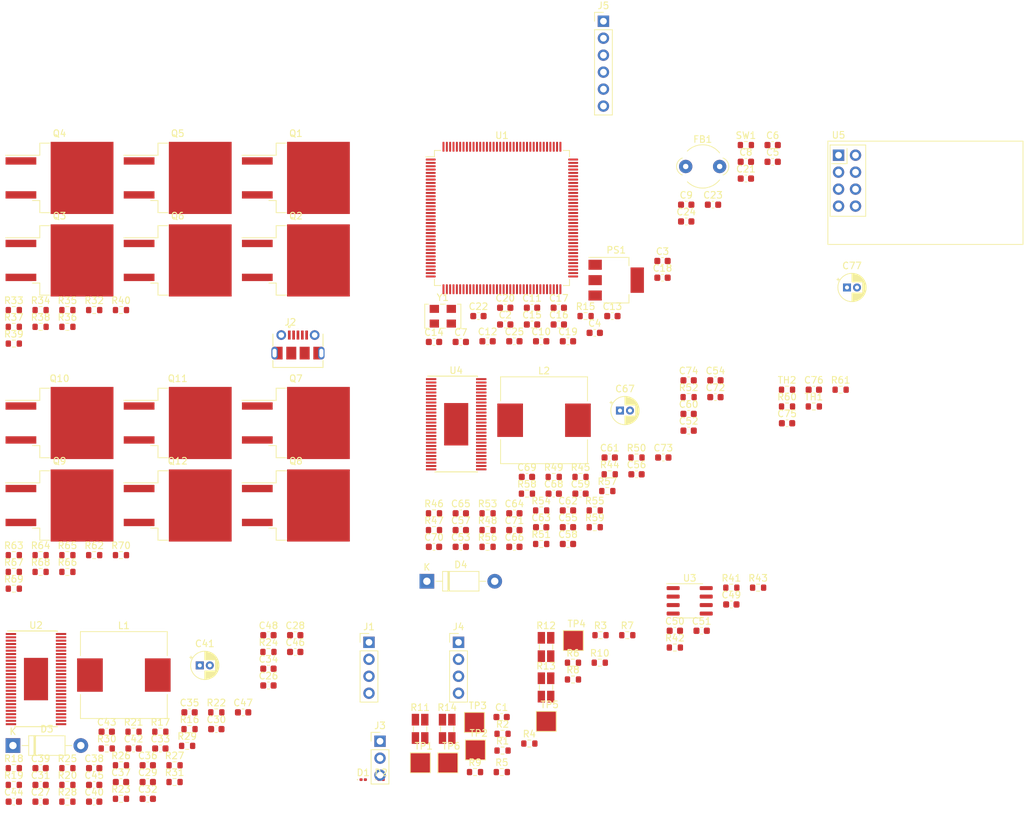
<source format=kicad_pcb>
(kicad_pcb (version 20211014) (generator pcbnew)
  (layers (0 "F.Cu" signal) (31 "B.Cu" signal) (34 "B.Paste" user) (35 "F.Paste" user) (36 "B.SilkS" user "B.Silkscreen") (37 "F.SilkS" user "F.Silkscreen") (38 "B.Mask" user) (39 "F.Mask" user) (44 "Edge.Cuts" user))
  (net 0 "")
  (net 1 "/MCU (STM32F407ZGT6)/SERVO")
  (net 2 "GND")
  (net 3 "NRST")
  (net 4 "+5V")
  (net 5 "/MCU (STM32F407ZGT6)/HSE_IN")
  (net 6 "/MCU (STM32F407ZGT6)/HSE_OUT")
  (net 7 "Net-(C6-Pad1)")
  (net 8 "+3.3V")
  (net 9 "+3.3VA")
  (net 10 "/Motor Driver A (DRV8301)/COMP")
  (net 11 "/Motor Driver A (DRV8301)/GVDD")
  (net 12 "/Motor Driver A (DRV8301)/DVDD")
  (net 13 "Net-(C29-Pad2)")
  (net 14 "Net-(C30-Pad1)")
  (net 15 "Net-(C30-Pad2)")
  (net 16 "/Motor Driver A (DRV8301)/AVDD")
  (net 17 "V_SUPPLY")
  (net 18 "Net-(C33-Pad1)")
  (net 19 "Net-(C33-Pad2)")
  (net 20 "Net-(C34-Pad1)")
  (net 21 "/Motor Driver A (DRV8301)/H1_VS")
  (net 22 "Net-(C35-Pad1)")
  (net 23 "/Motor Driver A (DRV8301)/H2_VS")
  (net 24 "Net-(C36-Pad1)")
  (net 25 "/Motor Driver A (DRV8301)/H3_VS")
  (net 26 "Net-(C40-Pad1)")
  (net 27 "Net-(C40-Pad2)")
  (net 28 "Net-(C43-Pad1)")
  (net 29 "Net-(C43-Pad2)")
  (net 30 "Net-(C49-Pad2)")
  (net 31 "/Motor Driver B (DRV8301)/COMP")
  (net 32 "/Motor Driver B (DRV8301)/GVDD")
  (net 33 "/Motor Driver B (DRV8301)/DVDD")
  (net 34 "Net-(C55-Pad2)")
  (net 35 "Net-(C56-Pad1)")
  (net 36 "Net-(C56-Pad2)")
  (net 37 "/Motor Driver B (DRV8301)/AVDD")
  (net 38 "Net-(C59-Pad1)")
  (net 39 "Net-(C59-Pad2)")
  (net 40 "Net-(C60-Pad1)")
  (net 41 "/Motor Driver B (DRV8301)/H1_VS")
  (net 42 "Net-(C61-Pad1)")
  (net 43 "/Motor Driver B (DRV8301)/H2_VS")
  (net 44 "Net-(C62-Pad1)")
  (net 45 "/Motor Driver B (DRV8301)/H3_VS")
  (net 46 "Net-(C66-Pad1)")
  (net 47 "Net-(C66-Pad2)")
  (net 48 "Net-(C69-Pad1)")
  (net 49 "Net-(C69-Pad2)")
  (net 50 "/MCU (STM32F407ZGT6)/TEMP_A")
  (net 51 "/MCU (STM32F407ZGT6)/TEMP_B")
  (net 52 "Net-(D1-Pad2)")
  (net 53 "Net-(D2-Pad2)")
  (net 54 "/CANH")
  (net 55 "/CANL")
  (net 56 "Net-(J3-Pad1)")
  (net 57 "Net-(J4-Pad2)")
  (net 58 "Net-(J4-Pad3)")
  (net 59 "/MCU (STM32F407ZGT6)/SWO")
  (net 60 "SWDIO")
  (net 61 "SWCLK")
  (net 63 "Net-(Q1-Pad1)")
  (net 64 "Net-(Q2-Pad1)")
  (net 65 "/Motor Driver A (DRV8301)/H1_LOW")
  (net 66 "Net-(Q3-Pad1)")
  (net 67 "Net-(Q4-Pad1)")
  (net 68 "Net-(Q5-Pad1)")
  (net 69 "Net-(Q6-Pad1)")
  (net 70 "/Motor Driver A (DRV8301)/H3_LOW")
  (net 71 "Net-(Q7-Pad1)")
  (net 72 "Net-(Q8-Pad1)")
  (net 73 "/Motor Driver B (DRV8301)/H1_LOW")
  (net 74 "Net-(Q9-Pad1)")
  (net 75 "Net-(Q10-Pad1)")
  (net 76 "Net-(Q11-Pad1)")
  (net 77 "Net-(Q12-Pad1)")
  (net 78 "/Motor Driver B (DRV8301)/H3_LOW")
  (net 79 "/AN_IN")
  (net 80 "Net-(J2-Pad1)")
  (net 81 "/MCU (STM32F407ZGT6)/USB_D-")
  (net 82 "Net-(J2-Pad2)")
  (net 83 "/MCU (STM32F407ZGT6)/USB_D+")
  (net 84 "Net-(J2-Pad3)")
  (net 85 "/MCU (STM32F407ZGT6)/LED")
  (net 86 "/MCU (STM32F407ZGT6)/GPIO1")
  (net 87 "/MCU (STM32F407ZGT6)/GPIO2")
  (net 88 "/MCU (STM32F407ZGT6)/SW_BOOT0")
  (net 89 "/MCU (STM32F407ZGT6)/BOOT0")
  (net 90 "/Motor Driver A (DRV8301)/VSENSE")
  (net 91 "/Motor Driver A (DRV8301)/NFAULT")
  (net 92 "/Motor Driver A (DRV8301)/DTC")
  (net 93 "Net-(R21-Pad2)")
  (net 94 "/MCU (STM32F407ZGT6)/SENS1_A")
  (net 95 "/MCU (STM32F407ZGT6)/SENS2_A")
  (net 96 "/MCU (STM32F407ZGT6)/SENS3_A")
  (net 97 "/Motor Driver A (DRV8301)/M_H1")
  (net 98 "/Motor Driver A (DRV8301)/M_L1")
  (net 99 "/Motor Driver A (DRV8301)/M_H2")
  (net 100 "/Motor Driver A (DRV8301)/M_L2")
  (net 101 "/Motor Driver A (DRV8301)/M_H3")
  (net 102 "/Motor Driver A (DRV8301)/M_L3")
  (net 103 "/CAN_TX")
  (net 104 "Net-(R42-Pad1)")
  (net 105 "/CAN_RX")
  (net 106 "/Motor Driver B (DRV8301)/VSENSE")
  (net 107 "/Motor Driver B (DRV8301)/NFAULT")
  (net 108 "/Motor Driver B (DRV8301)/DTC")
  (net 109 "Net-(R49-Pad2)")
  (net 110 "/MCU (STM32F407ZGT6)/SENS1_B")
  (net 111 "/MCU (STM32F407ZGT6)/SENS2_B")
  (net 112 "/MCU (STM32F407ZGT6)/SENS3_B")
  (net 113 "/Motor Driver B (DRV8301)/M_H1")
  (net 114 "/Motor Driver B (DRV8301)/M_L1")
  (net 115 "/Motor Driver B (DRV8301)/M_H2")
  (net 116 "/Motor Driver B (DRV8301)/M_L2")
  (net 117 "/Motor Driver B (DRV8301)/M_H3")
  (net 118 "/Motor Driver B (DRV8301)/M_L3")
  (net 131 "/MCU (STM32F407ZGT6)/BR_SO1_A")
  (net 132 "/MCU (STM32F407ZGT6)/BR_SO2_A")
  (net 133 "/MCU (STM32F407ZGT6)/BR_SO1_B")
  (net 134 "/MCU (STM32F407ZGT6)/BR_SO2_B")
  (net 135 "/MCU (STM32F407ZGT6)/NRF_CSN")
  (net 136 "/MCU (STM32F407ZGT6)/NRF_CE")
  (net 137 "/MCU (STM32F407ZGT6)/NRF_SCK")
  (net 138 "/MCU (STM32F407ZGT6)/NRF_MISO")
  (net 139 "/MCU (STM32F407ZGT6)/NRF_MOSI")
  (net 140 "/MCU (STM32F407ZGT6)/L3_B")
  (net 141 "/MCU (STM32F407ZGT6)/H3_B")
  (net 152 "/MCU (STM32F407ZGT6)/L2_B")
  (net 154 "/MCU (STM32F407ZGT6)/H2_B")
  (net 156 "/MCU (STM32F407ZGT6)/L1_B")
  (net 157 "/MCU (STM32F407ZGT6)/H1_B")
  (net 159 "/MCU (STM32F407ZGT6)/SCK_B")
  (net 162 "/MCU (STM32F407ZGT6)/CS_B")
  (net 163 "/MCU (STM32F407ZGT6)/MISO_B")
  (net 164 "/MCU (STM32F407ZGT6)/MOSI_B")
  (net 169 "/MCU (STM32F407ZGT6)/L3_A")
  (net 170 "/MCU (STM32F407ZGT6)/H3_A")
  (net 171 "/MCU (STM32F407ZGT6)/L2_A")
  (net 172 "/MCU (STM32F407ZGT6)/H2_A")
  (net 173 "/MCU (STM32F407ZGT6)/EN_GATE_B")
  (net 174 "/MCU (STM32F407ZGT6)/DC_CAL_B")
  (net 175 "/MCU (STM32F407ZGT6)/EN_GATE_A")
  (net 176 "/MCU (STM32F407ZGT6)/DC_CAL_A")
  (net 178 "/MCU (STM32F407ZGT6)/L1_A")
  (net 179 "/MCU (STM32F407ZGT6)/H1_A")
  (net 185 "/MCU (STM32F407ZGT6)/CS_A")
  (net 186 "/MCU (STM32F407ZGT6)/SCK_A")
  (net 187 "/MCU (STM32F407ZGT6)/MISO_A")
  (net 188 "/MCU (STM32F407ZGT6)/MOSI_A")
  (footprint "Capacitor_SMD:C_0603_1608Metric" (layer "F.Cu") (at 155.78 65.68)
    (fp_text reference "C10")
    (fp_text value "1u")
  )
  (footprint "Capacitor_SMD:C_0603_1608Metric" (layer "F.Cu") (at 118.97 112.18)
    (fp_text reference "C46")
    (fp_text value "10u")
  )
  (footprint "Capacitor_SMD:C_0603_1608Metric" (layer "F.Cu") (at 158.42 60.66)
    (fp_text reference "C17")
    (fp_text value "100n")
  )
  (footprint "Resistor_SMD:R_0603_1608Metric" (layer "F.Cu") (at 170.05 83.08)
    (fp_text reference "R50")
    (fp_text value "100")
  )
  (footprint "Capacitor_SMD:C_0603_1608Metric" (layer "F.Cu") (at 159.79 93.51)
    (fp_text reference "C55")
    (fp_text value "6.8n")
  )
  (footprint "Capacitor_SMD:C_0603_1608Metric" (layer "F.Cu") (at 88.88 134.59)
    (fp_text reference "C40")
    (fp_text value "1n")
  )
  (footprint "Capacitor_SMD:C_0603_1608Metric" (layer "F.Cu") (at 158.42 63.17)
    (fp_text reference "C16")
    (fp_text value "100n")
  )
  (footprint "Resistor_SMD:R_0603_1608Metric" (layer "F.Cu") (at 76.85 66.03)
    (fp_text reference "R39")
    (fp_text value "4R7")
  )
  (footprint "Resistor_SMD:R_0603_1608Metric" (layer "F.Cu") (at 175.79 111.52)
    (fp_text reference "R42")
    (fp_text value "10")
  )
  (footprint "Capacitor_SMD:C_0603_1608Metric" (layer "F.Cu") (at 154.41 63.17)
    (fp_text reference "C15")
    (fp_text value "100n")
  )
  (footprint "Capacitor_SMD:C_0603_1608Metric" (layer "F.Cu") (at 177.49 45.24)
    (fp_text reference "C9")
    (fp_text value "1u")
  )
  (footprint "Capacitor_SMD:C_0603_1608Metric" (layer "F.Cu") (at 179.8 109.01)
    (fp_text reference "C51")
    (fp_text value "100n")
  )
  (footprint "Package_TO_SOT_SMD:TO-263-2" (layer "F.Cu") (at 101.38 90.26)
    (fp_text reference "Q12")
    (fp_text value "IRFS7530TRLPBF")
  )
  (footprint "Package_TO_SOT_SMD:TO-263-2" (layer "F.Cu") (at 119.07 77.91)
    (fp_text reference "Q7")
    (fp_text value "IRFS7530TRLPBF")
  )
  (footprint "Resistor_SMD:R_0603_1608Metric" (layer "F.Cu") (at 160.54 116.3)
    (fp_text reference "R8")
    (fp_text value "100")
  )
  (footprint "Resistor_SMD:R_0603_1608Metric" (layer "F.Cu") (at 84.87 63.52)
    (fp_text reference "R36")
    (fp_text value "4R7")
  )
  (footprint "Capacitor_SMD:C_0603_1608Metric" (layer "F.Cu") (at 181.86 71.53)
    (fp_text reference "C54")
    (fp_text value "1u")
  )
  (footprint "Diode_THT:D_DO-41_SOD81_P10.16mm_Horizontal" (layer "F.Cu") (at 138.67 101.6)
    (fp_text reference "D4")
    (fp_text value "1N5819")
  )
  (footprint "Oscillator:Oscillator_SMD_TXC_7C-4Pin_5.0x3.2mm" (layer "F.Cu") (at 141.06 61.93)
    (fp_text reference "Y1")
    (fp_text value "25MHz")
  )
  (footprint "Capacitor_SMD:C_0603_1608Metric" (layer "F.Cu") (at 163.8 64.42)
    (fp_text reference "C4")
    (fp_text value "27p")
  )
  (footprint "Capacitor_SMD:C_0603_1608Metric" (layer "F.Cu") (at 143.75 96.45)
    (fp_text reference "C53")
    (fp_text value "2.2u")
  )
  (footprint "Resistor_SMD:R_0603_1608Metric" (layer "F.Cu") (at 92.89 134.16)
    (fp_text reference "R23")
    (fp_text value "100")
  )
  (footprint "Connector_PinHeader_2.54mm:PinHeader_1x03_P2.54mm_Vertical" (layer "F.Cu") (at 131.66 125.54)
    (fp_text reference "J3")
    (fp_text value "Conn_01x03_Male")
  )
  (footprint "Package_TO_SOT_SMD:TO-263-2" (layer "F.Cu") (at 83.69 41.23)
    (fp_text reference "Q4")
    (fp_text value "IRFS7530TRLPBF")
  )
  (footprint "Capacitor_SMD:C_0603_1608Metric" (layer "F.Cu") (at 107.16 123.73)
    (fp_text reference "C30")
    (fp_text value "22n")
  )
  (footprint "Resistor_SMD:R_0603_1608Metric" (layer "F.Cu") (at 157.66 85.98)
    (fp_text reference "R49")
    (fp_text value "220k")
  )
  (footprint "Capacitor_SMD:C_0603_1608Metric" (layer "F.Cu") (at 76.85 134.59)
    (fp_text reference "C44")
    (fp_text value "10u")
  )
  (footprint "Capacitor_SMD:C_0603_1608Metric" (layer "F.Cu") (at 196.59 72.93)
    (fp_text reference "C76")
    (fp_text value "2.2u")
  )
  (footprint "MOTOR:MOTOR_PAD" (layer "F.Cu") (at 160.595 110.475)
    (fp_text reference "TP4")
    (fp_text value "M_1B")
  )
  (footprint "Resistor_SMD:R_0603_1608Metric" (layer "F.Cu") (at 80.86 63.52)
    (fp_text reference "R38")
    (fp_text value "4R7")
  )
  (footprint "Capacitor_SMD:C_0603_1608Metric" (layer "F.Cu") (at 149.86 121.92)
    (fp_text reference "C1")
    (fp_text value "100n")
  )
  (footprint "Capacitor_SMD:C_0603_1608Metric" (layer "F.Cu") (at 161.67 88.49)
    (fp_text reference "C59")
    (fp_text value "0.1u")
  )
  (footprint "Resistor_SMD:R_0603_1608Metric" (layer "F.Cu") (at 102.79 126.24)
    (fp_text reference "R29")
    (fp_text value "2k2")
  )
  (footprint "Ferrite_THT:LairdTech_28C0236-0JW-10" (layer "F.Cu") (at 177.412832 39.52)
    (fp_text reference "FB1")
    (fp_text value "120R")
  )
  (footprint "Capacitor_SMD:C_0603_1608Metric" (layer "F.Cu") (at 166.44 61.91)
    (fp_text reference "C13")
    (fp_text value "100n")
  )
  (footprint "Capacitor_SMD:C_0603_1608Metric" (layer "F.Cu") (at 151.77 91.43)
    (fp_text reference "C64")
    (fp_text value "10u")
  )
  (footprint "Resistor_SMD:R_0603_1608Metric" (layer "F.Cu") (at 94.77 124.12)
    (fp_text reference "R21")
    (fp_text value "220k")
  )
  (footprint "Resistor_SMD:R_0603_1608Metric" (layer "F.Cu") (at 150 126.94)
    (fp_text reference "R1")
    (fp_text value "2k2")
  )
  (footprint "RF_Module:nRF24L01_Breakout" (layer "F.Cu") (at 200.29 37.83)
    (fp_text reference "U5")
    (fp_text value "NRF24L01_Breakout")
  )
  (footprint "Resistor_SMD:R_0603_1608Metric" (layer "F.Cu") (at 192.58 72.93)
    (fp_text reference "TH2")
    (fp_text value "Thermistor_PTC")
  )
  (footprint "Package_TO_SOT_SMD:TO-263-2" (layer "F.Cu") (at 119.07 41.23)
    (fp_text reference "Q1")
    (fp_text value "IRFS7530TRLPBF")
  )
  (footprint "Resistor_SMD:R_0603_1608Metric" (layer "F.Cu") (at 200.6 72.93)
    (fp_text reference "R61")
    (fp_text value "10k")
  )
  (footprint "Resistor_SMD:R_0603_1608Metric" (layer "F.Cu") (at 147.76 91.43)
    (fp_text reference "R53")
    (fp_text value "100")
  )
  (footprint "Resistor_SMD:R_0603_1608Metric" (layer "F.Cu") (at 103.15 123.73)
    (fp_text reference "R16")
    (fp_text value "31k6")
  )
  (footprint "Resistor_SMD:R_0603_1608Metric" (layer "F.Cu") (at 168.67 109.67)
    (fp_text reference "R7")
    (fp_text value "2k2")
  )
  (footprint "Resistor_SMD:R_0603_1608Metric" (layer "F.Cu") (at 153.65 88.49)
    (fp_text reference "R58")
    (fp_text value "2k2")
  )
  (footprint "Resistor_SMD:R_0603_1608Metric" (layer "F.Cu") (at 162.43 61.91)
    (fp_text reference "R15")
    (fp_text value "10k")
  )
  (footprint "Resistor_SMD:R_0603_1608Metric" (layer "F.Cu") (at 92.89 97.69)
    (fp_text reference "R70")
    (fp_text value "39k")
  )
  (footprint "Resistor_SMD:R_0603_1608Metric" (layer "F.Cu") (at 114.96 112.18)
    (fp_text reference "R24")
    (fp_text value "100")
  )
  (footprint "Resistor_SMD:R_0603_1608Metric" (layer "F.Cu") (at 90.76 126.63)
    (fp_text reference "R30")
    (fp_text value "2k2")
  )
  (footprint "Resistor_SMD:R_0603_1608Metric" (layer "F.Cu") (at 154.01 125.89)
    (fp_text reference "R4")
    (fp_text value "0")
  )
  (footprint "Resistor_SMD:R_0603_1608Metric" (layer "F.Cu") (at 155.78 96.02)
    (fp_text reference "R51")
    (fp_text value "100")
  )
  (footprint "Resistor_SMD:R_0603_1608Metric" (layer "F.Cu") (at 92.89 61.01)
    (fp_text reference "R40")
    (fp_text value "39k")
  )
  (footprint "Capacitor_SMD:C_0603_1608Metric" (layer "F.Cu") (at 181.5 45.24)
    (fp_text reference "C23")
    (fp_text value "100n")
  )
  (footprint "Capacitor_THT:CP_Radial_D4.0mm_P1.50mm" (layer "F.Cu") (at 167.574646 76.05)
    (fp_text reference "C67")
    (fp_text value "47u")
  )
  (footprint "Resistor_SMD:R_Shunt_Ohmite_LVK12" (layer "F.Cu") (at 137.66 123.69)
    (fp_text reference "R11")
    (fp_text value "SHUNT")
  )
  (footprint "Capacitor_SMD:C_0603_1608Metric" (layer "F.Cu") (at 96.9 129.14)
    (fp_text reference "C36")
    (fp_text value "0.1u")
  )
  (footprint "Capacitor_SMD:C_0603_1608Metric" (layer "F.Cu") (at 155.78 93.51)
    (fp_text reference "C63")
    (fp_text value "10u")
  )
  (footprint "Resistor_SMD:R_Shunt_Ohmite_LVK12" (layer "F.Cu") (at 141.71 123.69)
    (fp_text reference "R14")
    (fp_text value "SHUNT")
  )
  (footprint "Capacitor_SMD:C_0603_1608Metric" (layer "F.Cu") (at 154.41 60.66)
    (fp_text reference "C11")
    (fp_text value "10n")
  )
  (footprint "Package_SO:SOIC-8_3.9x4.9mm_P1.27mm" (layer "F.Cu") (at 178.01 104.53)
    (fp_text reference "U3")
    (fp_text value "SN65HVD232")
  )
  (footprint "Resistor_SMD:R_0603_1608Metric" (layer "F.Cu") (at 164.55 113.79)
    (fp_text reference "R10")
    (fp_text value "0")
  )
  (footprint "Capacitor_SMD:C_0603_1608Metric" (layer "F.Cu") (at 177.85 71.53)
    (fp_text reference "C74")
    (fp_text value "15u")
  )
  (footprint "Capacitor_SMD:C_0603_1608Metric" (layer "F.Cu") (at 159.79 65.68)
    (fp_text reference "C19")
    (fp_text value "100n")
  )
  (footprint "Diode_THT:D_DO-41_SOD81_P10.16mm_Horizontal" (layer "F.Cu") (at 76.72 126.19)
    (fp_text reference "D3")
    (fp_text value "1N5819")
  )
  (footprint "Capacitor_SMD:C_0603_1608Metric" (layer "F.Cu") (at 143.75 65.78)
    (fp_text reference "C7")
    (fp_text value "2.2u")
  )
  (footprint "Resistor_SMD:R_0603_1608Metric" (layer "F.Cu") (at 188.25 102.56)
    (fp_text reference "R43")
    (fp_text value "IN")
  )
  (footprint "Capacitor_SMD:C_0603_1608Metric" (layer "F.Cu") (at 111.17 121.22)
    (fp_text reference "C47")
    (fp_text value "10u")
  )
  (footprint "Capacitor_SMD:C_0603_1608Metric" (layer "F.Cu") (at 159.79 91)
    (fp_text reference "C62")
    (fp_text value "0.1u")
  )
  (footprint "Resistor_SMD:R_0603_1608Metric" (layer "F.Cu") (at 88.88 61.01)
    (fp_text reference "R32")
    (fp_text value "4R7")
  )
  (footprint "Resistor_SMD:R_0603_1608Metric" (layer "F.Cu") (at 192.58 75.44)
    (fp_text reference "R60")
    (fp_text value "10k")
  )
  (footprint "Capacitor_SMD:C_0603_1608Metric" (layer "F.Cu") (at 151.77 96.45)
    (fp_text reference "C66")
    (fp_text value "1n")
  )
  (footprint "Resistor_SMD:R_0603_1608Metric" (layer "F.Cu") (at 80.86 61.01)
    (fp_text reference "R34")
    (fp_text value "39k")
  )
  (footprint "Capacitor_SMD:C_0603_1608Metric" (layer "F.Cu") (at 157.66 88.49)
    (fp_text reference "C68")
    (fp_text value "10u")
  )
  (footprint "Resistor_SMD:R_0603_1608Metric" (layer "F.Cu") (at 76.85 129.57)
    (fp_text reference "R18")
    (fp_text value "15k")
  )
  (footprint "Capacitor_THT:CP_Radial_D4.0mm_P1.50mm" (layer "F.Cu") (at 201.554646 57.63)
    (fp_text reference "C77")
    (fp_text value "47u")
  )
  (footprint "Resistor_SMD:R_0603_1608Metric" (layer "F.Cu") (at 84.87 132.08)
    (fp_text reference "R20")
    (fp_text value "10k")
  )
  (footprint "Capacitor_SMD:C_0603_1608Metric" (layer "F.Cu") (at 174.06 83.08)
    (fp_text reference "C73")
    (fp_text value "10u")
  )
  (footprint "Capacitor_SMD:C_0603_1608Metric" (layer "F.Cu") (at 88.88 132.08)
    (fp_text reference "C45")
    (fp_text value "15u")
  )
  (footprint "Capacitor_SMD:C_0603_1608Metric" (layer "F.Cu") (at 114.96 114.69)
    (fp_text reference "C34")
    (fp_text value "0.1u")
  )
  (footprint "Package_SO:HTSSOP-56-1EP_6.1x14mm_P0.5mm_EP3.61x6.35mm" (layer "F.Cu") (at 143.06 78.1)
    (fp_text reference "U4")
    (fp_text value "DRV8301DCAR")
  )
  (footprint "Capacitor_SMD:C_0603_1608Metric" (layer "F.Cu") (at 175.79 109.01)
    (fp_text reference "C50")
    (fp_text value "100n")
  )
  (footprint "Resistor_SMD:R_0603_1608Metric" (layer "F.Cu") (at 100.91 131.65)
    (fp_text reference "R31")
    (fp_text value "2k2")
  )
  (footprint "Resistor_SMD:R_0603_1608Metric" (layer "F.Cu") (at 166.04 85.59)
    (fp_text reference "R44")
    (fp_text value "31k6")
  )
  (footprint "Resistor_SMD:R_0603_1608Metric" (layer "F.Cu") (at 160.54 113.79)
    (fp_text reference "R6")
    (fp_text value "0")
  )
  (footprint "Resistor_SMD:R_0603_1608Metric" (layer "F.Cu") (at 92.89 129.14)
    (fp_text reference "R26")
    (fp_text value "39k")
  )
  (footprint "Resistor_SMD:R_0603_1608Metric" (layer "F.Cu") (at 80.86 100.2)
    (fp_text reference "R68")
    (fp_text value "4R7")
  )
  (footprint "Capacitor_SMD:C_0603_1608Metric" (layer "F.Cu") (at 173.94 56.17)
    (fp_text reference "C18")
    (fp_text value "100n")
  )
  (footprint "Capacitor_SMD:C_0603_1608Metric" (layer "F.Cu") (at 159.79 96.02)
    (fp_text reference "C58")
    (fp_text value "10u")
  )
  (footprint "Package_TO_SOT_SMD:TO-263-2" (layer "F.Cu") (at 119.07 53.58)
    (fp_text reference "Q2")
    (fp_text value "IRFS7530TRLPBF")
  )
  (footprint "Capacitor_SMD:C_0603_1608Metric" (layer "F.Cu") (at 96.9 134.16)
    (fp_text reference "C32")
    (fp_text value "10u")
  )
  (footprint "Resistor_SMD:R_0603_1608Metric" (layer "F.Cu") (at 84.87 134.59)
    (fp_text reference "R28")
    (fp_text value "39k")
  )
  (footprint "Resistor_SMD:R_0603_1608Metric" (layer "F.Cu") (at 184.24 102.56)
    (fp_text reference "R41")
    (fp_text value "10")
  )
  (footprint "Capacitor_SMD:C_0603_1608Metric" (layer "F.Cu") (at 151.77 93.94)
    (fp_text reference "C71")
    (fp_text value "15u")
  )
  (footprint "Diode_SMD:D_0201_0603Metric" (layer "F.Cu") (at 129.145 131.29)
    (fp_text reference "D1")
    (fp_text value "LED")
  )
  (footprint "Capacitor_SMD:C_0603_1608Metric" (layer "F.Cu") (at 177.49 47.75)
    (fp_text reference "C24")
    (fp_text value "100n")
  )
  (footprint "Connector_PinHeader_2.54mm:PinHeader_1x04_P2.54mm_Vertical" (layer "F.Cu") (at 143.41 110.74)
    (fp_text reference "J4")
    (fp_text value "Conn_01x04_Male")
  )
  (footprint "MOTOR:MOTOR_PAD" (layer "F.Cu") (at 141.815 128.775)
    (fp_text reference "TP6")
    (fp_text value "M_3B")
  )
  (footprint "Resistor_SMD:R_0603_1608Metric" (layer "F.Cu") (at 80.86 97.69)
    (fp_text reference "R64")
    (fp_text value "39k")
  )
  (footprint "Resistor_SMD:R_0603_1608Metric" (layer "F.Cu") (at 84.87 100.2)
    (fp_text reference "R66")
    (fp_text value "4R7")
  )
  (footprint "Package_TO_SOT_SMD:TO-263-2" (layer "F.Cu") (at 101.38 77.91)
    (fp_text reference "Q11")
    (fp_text value "IRFS7530TRLPBF")
  )
  (footprint "Connector_PinHeader_2.54mm:PinHeader_1x06_P2.54mm_Vertical" (layer "F.Cu") (at 165.1 17.78)
    (fp_text reference "J5")
    (fp_text value "Debug Connector")
  )
  (footprint "Capacitor_SMD:C_0603_1608Metric" (layer "F.Cu") (at 147.76 65.68)
    (fp_text reference "C12")
    (fp_text value "4.7u")
  )
  (footprint "Capacitor_SMD:C_0603_1608Metric" (layer "F.Cu") (at 139.74 65.78)
    (fp_text reference "C14")
    (fp_text value "100n")
  )
  (footprint "Capacitor_SMD:C_0603_1608Metric" (layer "F.Cu") (at 177.85 76.55)
    (fp_text reference "C60")
    (fp_text value "0.1u")
  )
  (footprint "Resistor_SMD:R_0603_1608Metric" (layer "F.Cu") (at 76.85 102.71)
    (fp_text reference "R69")
    (fp_text value "4R7")
  )
  (footprint "Capacitor_SMD:C_0603_1608Metric" (layer "F.Cu") (at 153.65 85.98)
    (fp_text reference "C69")
    (fp_text value "1n")
  )
  (footprint "Resistor_SMD:R_0603_1608Metric" (layer "F.Cu") (at 163.8 93.51)
    (fp_text reference "R59")
    (fp_text value "2k2")
  )
  (footprint "Package_TO_SOT_SMD:TO-263-2" (layer "F.Cu") (at 83.69 90.26)
    (fp_text reference "Q9")
    (fp_text value "IRFS7530TRLPBF")
  )
  (footprint "Capacitor_SMD:C_0603_1608Metric" (layer "F.Cu") (at 143.75 93.94)
    (fp_text reference "C57")
    (fp_text value "1u")
  )
  (footprint "Capacitor_THT:CP_Radial_D4.0mm_P1.50mm" (layer "F.Cu") (at 104.684646 114.19)
    (fp_text reference "C41")
    (fp_text value "47u")
  )
  (footprint "Capacitor_SMD:C_0603_1608Metric" (layer "F.Cu") (at 146.39 61.91)
    (fp_text reference "C22")
    (fp_text value "100n")
  )
  (footprint "Capacitor_SMD:C_0603_1608Metric" (layer "F.Cu") (at 118.97 109.67)
    (fp_text reference "C28")
    (fp_text value "1u")
  )
  (footprint "Resistor_SMD:R_0603_1608Metric" (layer "F.Cu") (at 139.74 93.94)
    (fp_text reference "R47")
    (fp_text value "10k")
  )
  (footprint "Capacitor_SMD:C_0603_1608Metric" (layer "F.Cu") (at 80.86 134.59)
    (fp_text reference "C27")
    (fp_text value "2.2u")
  )
  (footprint "Resistor_SMD:R_0603_1608Metric" (layer "F.Cu") (at 84.87 97.69)
    (fp_text reference "R65")
    (fp_text value "4R7")
  )
  (footprint "Capacitor_SMD:C_0603_1608Metric" (layer "F.Cu") (at 143.75 91.43)
    (fp_text reference "C65")
    (fp_text value "10u")
  )
  (footprint "Capacitor_SMD:C_0603_1608Metric" (layer "F.Cu") (at 170.05 85.59)
    (fp_text reference "C56")
    (fp_text value "22n")
  )
  (footprint "Capacitor_SMD:C_0603_1608Metric" (layer "F.Cu") (at 166.04 83.08)
    (fp_text reference "C61")
    (fp_text value "0.1u")
  )
  (footprint "Resistor_SMD:R_0603_1608Metric" (layer "F.Cu") (at 76.85 132.08)
    (fp_text reference "R19")
    (fp_text value "10k")
  )
  (footprint "Capacitor_SMD:C_0603_1608Metric" (layer "F.Cu") (at 184.24 105.07)
    (fp_text reference "C49")
    (fp_text value "100n")
  )
  (footprint "Resistor_SMD:R_0603_1608Metric" (layer "F.Cu") (at 100.91 129.14)
    (fp_text reference "R27")
    (fp_text value "39k")
  )
  (footprint "MOTOR:MOTOR_PAD" (layer "F.Cu") (at 145.935 126.845)
    (fp_text reference "TP2")
    (fp_text value "M_2A")
  )
  (footprint "MOTOR:MOTOR_PAD" (layer "F.Cu") (at 145.795 122.725)
    (fp_text reference "TP3")
    (fp_text value "M_3A")
  )
  (footprint "Capacitor_SMD:C_0603_1608Metric" (layer "F.Cu") (at 139.74 96.45)
    (fp_text reference "C70")
    (fp_text value "10u")
  )
  (footprint "Capacitor_SMD:C_0603_1608Metric" (layer "F.Cu") (at 94.77 126.63)
    (fp_text reference "C42")
    (fp_text value "10u")
  )
  (footprint "Capacitor_SMD:C_0603_1608Metric" (layer "F.Cu") (at 173.94 53.66)
    (fp_text reference "C3")
    (fp_text value "2.2u")
  )
  (footprint "Package_TO_SOT_SMD:TO-263-2" (layer "F.Cu") (at 83.69 77.91)
    (fp_text reference "Q10")
    (fp_text value "IRFS7530TRLPBF")
  )
  (footprint "Package_TO_SOT_SMD:TO-263-2" (layer "F.Cu") (at 83.69 53.58)
    (fp_text reference "Q3")
    (fp_text value "IRFS7530TRLPBF")
  )
  (footprint "Capacitor_SMD:C_0603_1608Metric" (layer "F.Cu") (at 186.42 38.82)
    (fp_text reference "C8")
    (fp_text value "2.2u")
  )
  (footprint "Resistor_SMD:R_0603_1608Metric" (layer "F.Cu") (at 147.76 96.45)
    (fp_text reference "R56")
    (fp_text value "39k")
  )
  (footprint "Resistor_SMD:R_0603_1608Metric" (layer "F.Cu") (at 163.8 91)
    (fp_text reference "R55")
    (fp_text value "39k")
  )
  (footprint "Capacitor_SMD:C_0603_1608Metric" (layer "F.Cu") (at 80.86 132.08)
    (fp_text reference "C31")
    (fp_text value "1u")
  )
  (footprint "Package_SO:HTSSOP-56-1EP_6.1x14mm_P0.5mm_EP3.61x6.35mm" (layer "F.Cu") (at 80.17 116.24)
    (fp_text reference "U2")
    (fp_text value "DRV8301DCAR")
  )
  (footprint "Resistor_SMD:R_0603_1608Metric" (layer "F.Cu") (at 155.78 91)
    (fp_text reference "R54")
    (fp_text value "39k")
  )
  (footprint "Capacitor_SMD:C_0603_1608Metric" (layer "F.Cu") (at 98.78 126.63)
    (fp_text reference "C33")
    (fp_text value "0.1u")
  )
  (footprint "Resistor_SMD:R_Shunt_Ohmite_LVK12" (layer "F.Cu") (at 156.51 111.44)
    (fp_text reference "R12")
    (fp_text value "SHUNT")
  )
  (footprint "Resistor_SMD:R_0603_1608Metric" (layer "F.Cu") (at 165.68 88.1)
    (fp_text reference "R57")
    (fp_text value "2k2")
  )
  (footprint "Resistor_SMD:R_0603_1608Metric" (layer "F.Cu") (at 76.85 63.52)
    (fp_text reference "R37")
    (fp_text value "39k")
  )
  (footprint "Resistor_SMD:R_0603_1608Metric" (layer "F.Cu") (at 139.74 91.43)
    (fp_text reference "R46")
    (fp_text value "15k")
  )
  (footprint "Resistor_SMD:R_0603_1608Metric" (layer "F.Cu") (at 177.85 74.04)
    (fp_text reference "R52")
    (fp_text value "100")
  )
  (footprint "Capacitor_SMD:C_0603_1608Metric" (layer "F.Cu") (at 150.4 60.66)
    (fp_text reference "C20")
    (fp_text value "100n")
  )
  (footprint "MOTOR:MOTOR_PAD" (layer "F.Cu") (at 156.545 122.575)
    (fp_text reference "TP5")
    (fp_text value "M_2B")
  )
  (footprint "Diode_SMD:D_0201_0603Metric" (layer "F.Cu") (at 131.825 131.29)
    (fp_text reference "D2")
    (fp_text value "LED")
  )
  (footprint "Resistor_SMD:R_0603_1608Metric" (layer "F.Cu") (at 186.42 36.31)
    (fp_text reference "SW1")
    (fp_text value "SW_SPDT")
  )
  (footprint "Capacitor_SMD:C_0603_1608Metric" (layer "F.Cu") (at 96.9 131.65)
    (fp_text reference "C29")
    (fp_text value "6.8n")
  )
  (footprint "Capacitor_SMD:C_0603_1608Metric" (layer "F.Cu") (at 190.43 36.31)
    (fp_text reference "C6")
    (fp_text value "2.2u")
  )
  (footprint "Capacitor_SMD:C_0603_1608Metric" (layer "F.Cu") (at 186.42 41.33)
    (fp_text reference "C21")
    (fp_text value "100n")
  )
  (footprint "Resistor_SMD:R_0603_1608Metric" (layer "F.Cu") (at 147.76 93.94)
    (fp_text reference "R48")
    (fp_text value "10k")
  )
  (footprint "Capacitor_SMD:C_0603_1608Metric" (layer "F.Cu") (at 80.86 129.57)
    (fp_text reference "C39")
    (fp_text value "10u")
  )
  (footprint "Resistor_SMD:R_0603_1608Metric" (layer "F.Cu") (at 164.66 109.67)
    (fp_text reference "R3")
    (fp_text value "39k")
  )
  (footprint "Package_TO_SOT_SMD:TO-263-2" (layer "F.Cu") (at 119.07 90.26)
    (fp_text reference "Q8")
    (fp_text value "IRFS7530TRLPBF")
  )
  (footprint "Resistor_SMD:R_0603_1608Metric" (layer "F.Cu") (at 161.67 85.98)
    (fp_text reference "R45")
    (fp_text value "10k")
  )
  (footprint "Capacitor_SMD:C_0603_1608Metric" (layer "F.Cu") (at 92.89 131.65)
    (fp_text reference "C37")
    (fp_text value "10u")
  )
  (footprint "Capacitor_SMD:C_0603_1608Metric" (layer "F.Cu") (at 114.96 109.67)
    (fp_text reference "C48")
    (fp_text value "15u")
  )
  (footprint "Resistor_SMD:R_0603_1608Metric" (layer "F.Cu") (at 107.16 121.22)
    (fp_text reference "R22")
    (fp_text value "100")
  )
  (footprint "Resistor_SMD:R_0603_1608Metric" (layer "F.Cu") (at 98.78 124.12)
    (fp_text reference "R17")
    (fp_text value "10k")
  )
  (footprint "Capacitor_SMD:C_0603_1608Metric" (layer "F.Cu") (at 150.4 63.17)
    (fp_text reference "C2")
    (fp_text value "100n")
  )
  (footprint "Resistor_SMD:R_0603_1608Metric" (layer "F.Cu") (at 196.59 75.44)
    (fp_text reference "TH1")
    (fp_text value "Thermistor_PTC")
  )
  (footprint "Resistor_SMD:R_0603_1608Metric" (layer "F.Cu") (at 76.85 97.69)
    (fp_text reference "R63")
    (fp_text value "4R7")
  )
  (footprint "Capacitor_SMD:C_0603_1608Metric" (layer "F.Cu") (at 192.58 77.95)
    (fp_text reference "C75")
    (fp_text value "2.2u")
  )
  (footprint "Connector_PinHeader_2.54mm:PinHeader_1x04_P2.54mm_Vertical" (layer "F.Cu") (at 130.01 110.74)
    (fp_text reference "J1")
    (fp_text value "Conn_01x04_Male")
  )
  (footprint "Resistor_SMD:R_0603_1608Metric" (layer "F.Cu") (at 76.85 61.01)
    (fp_text reference "R33")
    (fp_text value "4R7")
  )
  (footprint "Package_TO_SOT_SMD:TO-263-2" (layer "F.Cu") (at 101.38 53.58)
    (fp_text reference "Q6")
    (fp_text value "IRFS7530TRLPBF")
  )
  (footprint "Capacitor_SMD:C_0603_1608Metric" (layer "F.Cu") (at 190.43 38.82)
    (fp_text reference "C5")
    (fp_text value "27p")
  )
  (footprint "Resistor_SMD:R_Shunt_Ohmite_LVK12" (layer "F.Cu") (at 156.51 117.49)
    (fp_text reference "R13")
    (fp_text value "SHUNT")
  )
  (footprint "Package_TO_SOT_SMD:TO-263-2" (layer "F.Cu") (at 101.38 41.23)
    (fp_text reference "Q5")
    (fp_text value "IRFS7530TRLPBF")
  )
  (footprint "Capacitor_SMD:C_0603_1608Metric" (layer "F.Cu") (at 177.85 79.06)
    (fp_text reference "C52")
    (fp_text value "120p")
  )
  (footprint "Package_TO_SOT_SMD:SOT-223" (layer "F.Cu") (at 167.01 56.53)
    (fp_text reference "PS1")
    (fp_text value "TC2117-3.3VDBTR")
  )
  (footprint "MOTOR:MOTOR_PAD" (layer "F.Cu") (at 137.695 128.775)
    (fp_text reference "TP1")
    (fp_text value "M_1A")
  )
  (footprint "USB_MICRO:MOLEX_1050170001" (layer "F.Cu") (at 119.38 67.1)
    (fp_text reference "J2")
    (fp_text value "USB_MICRO")
  )
  (footprint "Resistor_SMD:R_0603_1608Metric" (layer "F.Cu") (at 88.88 97.69)
    (fp_text reference "R62")
    (fp_text value "4R7")
  )
  (footprint "Capacitor_SMD:C_0603_1608Metric" (layer "F.Cu") (at 103.15 121.22)
    (fp_text reference "C35")
    (fp_text value "0.1u")
  )
  (footprint "Capacitor_SMD:C_0603_1608Metric" (layer "F.Cu") (at 151.77 65.68)
    (fp_text reference "C25")
    (fp_text value "100n")
  )
  (footprint "Package_QFP:LQFP-144_20x20mm_P0.5mm" (layer "F.Cu") (at 149.91 47.23)
    (fp_text reference "U1")
    (fp_text value "STM32F407ZGT6")
  )
  (footprint "Capacitor_SMD:C_0603_1608Metric" (layer "F.Cu") (at 181.86 74.04)
    (fp_text reference "C72")
    (fp_text value "10u")
  )
  (footprint "Inductor_SMD:L_Wuerth_HCI-1335" (layer "F.Cu") (at 93.32 115.64)
    (fp_text reference "L1")
    (fp_text value "22u")
  )
  (footprint "Capacitor_SMD:C_0603_1608Metric" (layer "F.Cu") (at 90.76 124.12)
    (fp_text reference "C43")
    (fp_text value "1n")
  )
  (footprint "Resistor_SMD:R_0603_1608Metric" (layer "F.Cu") (at 84.87 61.01)
    (fp_text reference "R35")
    (fp_text value "4R7")
  )
  (footprint "Resistor_SMD:R_0603_1608Metric" (layer "F.Cu") (at 145.88 130.16)
    (fp_text reference "R9")
    (fp_text value "0")
  )
  (footprint "Resistor_SMD:R_0603_1608Metric" (layer "F.Cu") (at 84.87 129.57)
    (fp_text reference "R25")
    (fp_text value "100")
  )
  (footprint "Resistor_SMD:R_0603_1608Metric" (layer "F.Cu") (at 149.89 130.16)
    (fp_text reference "R5")
    (fp_text value "0")
  )
  (footprint "Capacitor_SMD:C_0603_1608Metric" (layer "F.Cu") (at 114.96 117.2)
    (fp_text reference "C26")
    (fp_text value "120p")
  )
  (footprint "Inductor_SMD:L_Wuerth_HCI-1335" (layer "F.Cu") (at 156.21 77.5)
    (fp_text reference "L2")
    (fp_text value "22u")
  )
  (footprint "Capacitor_SMD:C_0603_1608Metric" (layer "F.Cu") (at 88.88 129.57)
    (fp_text reference "C38")
    (fp_text value "10u")
  )
  (footprint "Resistor_SMD:R_0603_1608Metric" (layer "F.Cu") (at 76.85 100.2)
    (fp_text reference "R67")
    (fp_text value "39k")
  )
  (footprint "Resistor_SMD:R_0603_1608Metric" (layer "F.Cu") (at 150 124.43)
    (fp_text reference "R2")
    (fp_text value "2k2")
  )
)
</source>
